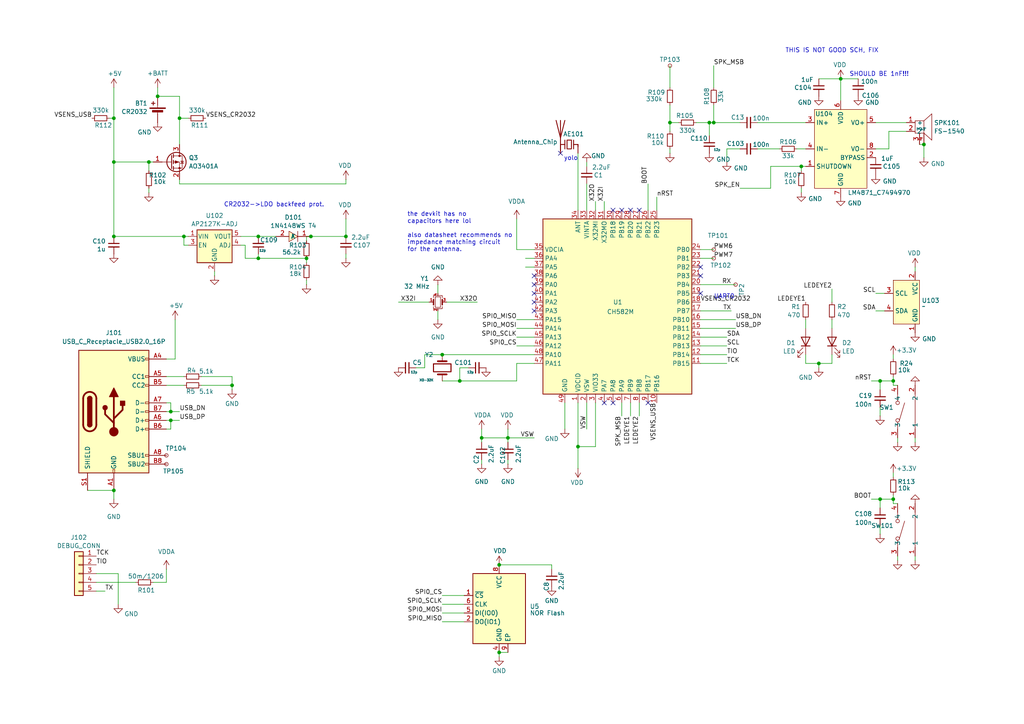
<source format=kicad_sch>
(kicad_sch (version 20250114) (generator "eeschema") (generator_version "9.0")
  (paper "A4")
  (text "CR2032->LDO backfeed prot." (at 79.502 59.436 0) (effects (font (size 1.27 1.27))))
  (text "yolo" (at 165.608 45.974 0) (effects (font (size 1.27 1.27))))
  (text "THIS IS NOT GOOD SCH, FIX" (at 241.3 14.732 0) (effects (font (size 1.27 1.27))))
  (text "UART0" (at 210.058 86.106 0) (effects (font (size 1.27 1.27))))
  (text "SHOULD BE 1nF!!!" (at 255.016 21.59 0) (effects (font (size 1.27 1.27))))
  (text "the devkit has no\ncapacitors here lol\n\nalso datasheet recommends no \nimpedance matching circuit\nfor the antenna." (at 118.11 67.31 0) (effects (font (size 1.27 1.27)) (justify left)))
  (junction (at 167.64 129.54))
  (junction (at 259.08 110.49))
  (junction (at 67.31 111.76))
  (junction (at 147.32 127))
  (junction (at 52.07 34.29))
  (junction (at 128.27 102.87))
  (junction (at 74.93 74.93))
  (junction (at 49.53 121.92))
  (junction (at 237.49 105.41))
  (junction (at 259.08 144.78))
  (junction (at 100.33 68.58))
  (junction (at 33.02 68.58))
  (junction (at 144.78 189.23))
  (junction (at 255.27 144.78))
  (junction (at 43.18 46.99))
  (junction (at 139.7 127))
  (junction (at 45.72 27.94))
  (junction (at 33.02 142.24))
  (junction (at 267.97 41.91))
  (junction (at 88.9 74.93))
  (junction (at 49.53 119.38))
  (junction (at 232.41 48.26))
  (junction (at 33.02 34.29))
  (junction (at 255.27 110.49))
  (junction (at 144.78 163.83))
  (junction (at 205.74 35.56))
  (junction (at 133.35 110.49))
  (junction (at 33.02 46.99))
  (junction (at 90.17 68.58))
  (junction (at 74.93 68.58))
  (junction (at 194.31 35.56))
  (junction (at 243.84 22.86))
  (junction (at 207.01 35.56))
  (junction (at 53.34 68.58))
  (no_connect (at 175.26 116.84))
  (no_connect (at 177.8 60.96))
  (no_connect (at 162.56 44.45))
  (no_connect (at 203.2 85.09))
  (no_connect (at 203.2 77.47))
  (no_connect (at 182.88 60.96))
  (no_connect (at 177.8 116.84))
  (no_connect (at 180.34 60.96))
  (no_connect (at 154.94 87.63))
  (no_connect (at 154.94 80.01))
  (no_connect (at 154.94 90.17))
  (no_connect (at 154.94 82.55))
  (no_connect (at 203.2 80.01))
  (no_connect (at 187.96 116.84))
  (no_connect (at 154.94 85.09))
  (no_connect (at 185.42 60.96))
  (wire (pts (xy 127 82.55) (xy 127 85.09)))
  (wire (pts (xy 45.72 25.4) (xy 45.72 27.94)))
  (wire (pts (xy 147.32 127) (xy 139.7 127)))
  (wire (pts (xy 149.86 97.79) (xy 154.94 97.79)))
  (wire (pts (xy 267.97 41.91) (xy 266.7 41.91)))
  (wire (pts (xy 58.42 111.76) (xy 67.31 111.76)))
  (wire (pts (xy 170.18 53.34) (xy 170.18 60.96)))
  (wire (pts (xy 213.36 82.55) (xy 203.2 82.55)))
  (wire (pts (xy 48.26 121.92) (xy 49.53 121.92)))
  (wire (pts (xy 48.26 116.84) (xy 49.53 116.84)))
  (wire (pts (xy 243.84 22.86) (xy 248.92 22.86)))
  (wire (pts (xy 255.27 110.49) (xy 252.73 110.49)))
  (wire (pts (xy 257.81 38.1) (xy 257.81 43.18)))
  (wire (pts (xy 53.34 68.58) (xy 53.34 71.12)))
  (wire (pts (xy 74.93 73.66) (xy 74.93 74.93)))
  (wire (pts (xy 203.2 95.25) (xy 213.36 95.25)))
  (wire (pts (xy 259.08 102.87) (xy 259.08 104.14)))
  (wire (pts (xy 180.34 120.65) (xy 180.34 116.84)))
  (wire (pts (xy 260.35 146.05) (xy 259.08 146.05)))
  (wire (pts (xy 223.52 48.26) (xy 223.52 54.61)))
  (wire (pts (xy 219.71 35.56) (xy 233.68 35.56)))
  (wire (pts (xy 123.19 102.87) (xy 128.27 102.87)))
  (wire (pts (xy 48.26 111.76) (xy 53.34 111.76)))
  (wire (pts (xy 257.81 43.18) (xy 254 43.18)))
  (wire (pts (xy 33.02 142.24) (xy 33.02 144.78)))
  (wire (pts (xy 232.41 48.26) (xy 223.52 48.26)))
  (wire (pts (xy 49.53 121.92) (xy 49.53 124.46)))
  (wire (pts (xy 205.74 35.56) (xy 205.74 39.37)))
  (wire (pts (xy 71.12 71.12) (xy 69.85 71.12)))
  (wire (pts (xy 49.53 121.92) (xy 52.07 121.92)))
  (wire (pts (xy 207.01 19.05) (xy 207.01 25.4)))
  (wire (pts (xy 71.12 74.93) (xy 71.12 71.12)))
  (wire (pts (xy 210.82 100.33) (xy 203.2 100.33)))
  (wire (pts (xy 31.75 34.29) (xy 33.02 34.29)))
  (wire (pts (xy 100.33 68.58) (xy 100.33 63.5)))
  (wire (pts (xy 207.01 72.39) (xy 203.2 72.39)))
  (wire (pts (xy 233.68 105.41) (xy 233.68 102.87)))
  (wire (pts (xy 205.74 35.56) (xy 207.01 35.56)))
  (wire (pts (xy 254 35.56) (xy 262.89 35.56)))
  (wire (pts (xy 231.14 43.18) (xy 233.68 43.18)))
  (wire (pts (xy 175.26 58.42) (xy 175.26 60.96)))
  (wire (pts (xy 123.19 106.68) (xy 123.19 102.87)))
  (wire (pts (xy 49.53 119.38) (xy 52.07 119.38)))
  (wire (pts (xy 43.18 49.53) (xy 43.18 46.99)))
  (wire (pts (xy 50.8 92.71) (xy 50.8 104.14)))
  (wire (pts (xy 254 90.17) (xy 256.54 90.17)))
  (wire (pts (xy 128.27 180.34) (xy 134.62 180.34)))
  (wire (pts (xy 237.49 105.41) (xy 233.68 105.41)))
  (wire (pts (xy 219.71 43.18) (xy 226.06 43.18)))
  (wire (pts (xy 259.08 109.22) (xy 259.08 110.49)))
  (wire (pts (xy 128.27 177.8) (xy 134.62 177.8)))
  (wire (pts (xy 49.53 116.84) (xy 49.53 119.38)))
  (wire (pts (xy 147.32 127) (xy 147.32 128.27)))
  (wire (pts (xy 212.09 90.17) (xy 203.2 90.17)))
  (wire (pts (xy 147.32 124.46) (xy 147.32 127)))
  (wire (pts (xy 170.18 116.84) (xy 170.18 124.46)))
  (wire (pts (xy 241.3 83.82) (xy 241.3 87.63)))
  (wire (pts (xy 149.86 95.25) (xy 154.94 95.25)))
  (wire (pts (xy 232.41 55.88) (xy 232.41 54.61)))
  (wire (pts (xy 100.33 53.34) (xy 100.33 52.07)))
  (wire (pts (xy 69.85 68.58) (xy 74.93 68.58)))
  (wire (pts (xy 210.82 43.18) (xy 214.63 43.18)))
  (wire (pts (xy 259.08 143.51) (xy 259.08 144.78)))
  (wire (pts (xy 233.68 95.25) (xy 233.68 92.71)))
  (wire (pts (xy 45.72 27.94) (xy 52.07 27.94)))
  (wire (pts (xy 30.48 171.45) (xy 27.94 171.45)))
  (wire (pts (xy 260.35 127) (xy 260.35 128.27)))
  (wire (pts (xy 39.37 168.91) (xy 27.94 168.91)))
  (wire (pts (xy 128.27 102.87) (xy 154.94 102.87)))
  (wire (pts (xy 207.01 35.56) (xy 214.63 35.56)))
  (wire (pts (xy 67.31 111.76) (xy 67.31 113.03)))
  (wire (pts (xy 260.35 161.29) (xy 260.35 162.56)))
  (wire (pts (xy 115.57 87.63) (xy 124.46 87.63)))
  (wire (pts (xy 265.43 127) (xy 265.43 128.27)))
  (wire (pts (xy 129.54 87.63) (xy 138.43 87.63)))
  (wire (pts (xy 34.29 166.37) (xy 27.94 166.37)))
  (wire (pts (xy 259.08 137.16) (xy 259.08 138.43)))
  (wire (pts (xy 167.64 129.54) (xy 167.64 135.89)))
  (wire (pts (xy 33.02 46.99) (xy 43.18 46.99)))
  (wire (pts (xy 50.8 104.14) (xy 48.26 104.14)))
  (wire (pts (xy 139.7 124.46) (xy 139.7 127)))
  (wire (pts (xy 88.9 74.93) (xy 74.93 74.93)))
  (wire (pts (xy 194.31 43.18) (xy 194.31 44.45)))
  (wire (pts (xy 203.2 105.41) (xy 210.82 105.41)))
  (wire (pts (xy 133.35 110.49) (xy 149.86 110.49)))
  (wire (pts (xy 160.02 163.83) (xy 160.02 165.1)))
  (wire (pts (xy 167.64 116.84) (xy 167.64 129.54)))
  (wire (pts (xy 88.9 74.93) (xy 88.9 76.2)))
  (wire (pts (xy 48.26 165.1) (xy 48.26 168.91)))
  (wire (pts (xy 147.32 133.35) (xy 147.32 134.62)))
  (wire (pts (xy 149.86 100.33) (xy 154.94 100.33)))
  (wire (pts (xy 243.84 22.86) (xy 243.84 29.21)))
  (wire (pts (xy 241.3 105.41) (xy 237.49 105.41)))
  (wire (pts (xy 214.63 54.61) (xy 223.52 54.61)))
  (wire (pts (xy 255.27 144.78) (xy 255.27 147.32)))
  (wire (pts (xy 232.41 48.26) (xy 233.68 48.26)))
  (wire (pts (xy 74.93 74.93) (xy 71.12 74.93)))
  (wire (pts (xy 43.18 54.61) (xy 43.18 55.88)))
  (wire (pts (xy 259.08 146.05) (xy 259.08 144.78)))
  (wire (pts (xy 255.27 152.4) (xy 255.27 154.94)))
  (wire (pts (xy 182.88 120.65) (xy 182.88 116.84)))
  (wire (pts (xy 163.83 116.84) (xy 163.83 124.46)))
  (wire (pts (xy 172.72 58.42) (xy 172.72 60.96)))
  (wire (pts (xy 133.35 106.68) (xy 133.35 110.49)))
  (wire (pts (xy 123.19 106.68) (xy 120.65 106.68)))
  (wire (pts (xy 203.2 102.87) (xy 210.82 102.87)))
  (wire (pts (xy 167.64 129.54) (xy 172.72 129.54)))
  (wire (pts (xy 149.86 105.41) (xy 154.94 105.41)))
  (wire (pts (xy 54.61 71.12) (xy 53.34 71.12)))
  (wire (pts (xy 259.08 111.76) (xy 259.08 110.49)))
  (wire (pts (xy 152.4 74.93) (xy 154.94 74.93)))
  (wire (pts (xy 52.07 34.29) (xy 52.07 41.91)))
  (wire (pts (xy 58.42 109.22) (xy 67.31 109.22)))
  (wire (pts (xy 190.5 57.15) (xy 190.5 60.96)))
  (wire (pts (xy 210.82 46.99) (xy 210.82 43.18)))
  (wire (pts (xy 33.02 25.4) (xy 33.02 34.29)))
  (wire (pts (xy 201.93 35.56) (xy 205.74 35.56)))
  (wire (pts (xy 154.94 127) (xy 147.32 127)))
  (wire (pts (xy 144.78 189.23) (xy 147.32 189.23)))
  (wire (pts (xy 207.01 30.48) (xy 207.01 35.56)))
  (wire (pts (xy 128.27 172.72) (xy 134.62 172.72)))
  (wire (pts (xy 128.27 175.26) (xy 134.62 175.26)))
  (wire (pts (xy 133.35 106.68) (xy 135.89 106.68)))
  (wire (pts (xy 128.27 110.49) (xy 133.35 110.49)))
  (wire (pts (xy 48.26 119.38) (xy 49.53 119.38)))
  (wire (pts (xy 172.72 116.84) (xy 172.72 129.54)))
  (wire (pts (xy 187.96 53.34) (xy 187.96 60.96)))
  (wire (pts (xy 265.43 161.29) (xy 265.43 162.56)))
  (wire (pts (xy 241.3 102.87) (xy 241.3 105.41)))
  (wire (pts (xy 232.41 49.53) (xy 232.41 48.26)))
  (wire (pts (xy 149.86 110.49) (xy 149.86 105.41)))
  (wire (pts (xy 33.02 34.29) (xy 33.02 46.99)))
  (wire (pts (xy 194.31 30.48) (xy 194.31 35.56)))
  (wire (pts (xy 149.86 72.39) (xy 154.94 72.39)))
  (wire (pts (xy 255.27 110.49) (xy 255.27 113.03)))
  (wire (pts (xy 237.49 105.41) (xy 237.49 106.68)))
  (wire (pts (xy 167.64 44.45) (xy 167.64 60.96)))
  (wire (pts (xy 52.07 27.94) (xy 52.07 34.29)))
  (wire (pts (xy 144.78 189.23) (xy 144.78 190.5)))
  (wire (pts (xy 67.31 109.22) (xy 67.31 111.76)))
  (wire (pts (xy 62.23 78.74) (xy 62.23 80.01)))
  (wire (pts (xy 74.93 68.58) (xy 80.01 68.58)))
  (wire (pts (xy 90.17 68.58) (xy 100.33 68.58)))
  (wire (pts (xy 210.82 97.79) (xy 203.2 97.79)))
  (wire (pts (xy 254 85.09) (xy 256.54 85.09)))
  (wire (pts (xy 194.31 35.56) (xy 196.85 35.56)))
  (wire (pts (xy 194.31 19.05) (xy 194.31 25.4)))
  (wire (pts (xy 267.97 45.72) (xy 267.97 41.91)))
  (wire (pts (xy 33.02 46.99) (xy 33.02 68.58)))
  (wire (pts (xy 262.89 38.1) (xy 257.81 38.1)))
  (wire (pts (xy 88.9 68.58) (xy 90.17 68.58)))
  (wire (pts (xy 260.35 111.76) (xy 259.08 111.76)))
  (wire (pts (xy 48.26 168.91) (xy 44.45 168.91)))
  (wire (pts (xy 139.7 127) (xy 139.7 128.27)))
  (wire (pts (xy 100.33 73.66) (xy 100.33 74.93)))
  (wire (pts (xy 185.42 120.65) (xy 185.42 116.84)))
  (wire (pts (xy 255.27 118.11) (xy 255.27 120.65)))
  (wire (pts (xy 194.31 35.56) (xy 194.31 38.1)))
  (wire (pts (xy 170.18 46.99) (xy 170.18 48.26)))
  (wire (pts (xy 149.86 92.71) (xy 154.94 92.71)))
  (wire (pts (xy 203.2 92.71) (xy 213.36 92.71)))
  (wire (pts (xy 43.18 46.99) (xy 44.45 46.99)))
  (wire (pts (xy 48.26 124.46) (xy 49.53 124.46)))
  (wire (pts (xy 52.07 53.34) (xy 100.33 53.34)))
  (wire (pts (xy 88.9 68.58) (xy 88.9 69.85)))
  (wire (pts (xy 207.01 74.93) (xy 203.2 74.93)))
  (wire (pts (xy 241.3 92.71) (xy 241.3 95.25)))
  (wire (pts (xy 255.27 144.78) (xy 252.73 144.78)))
  (wire (pts (xy 48.26 109.22) (xy 53.34 109.22)))
  (wire (pts (xy 127 90.17) (xy 127 92.71)))
  (wire (pts (xy 259.08 110.49) (xy 255.27 110.49)))
  (wire (pts (xy 149.86 63.5) (xy 149.86 72.39)))
  (wire (pts (xy 88.9 81.28) (xy 88.9 82.55)))
  (wire (pts (xy 25.4 142.24) (xy 33.02 142.24)))
  (wire (pts (xy 139.7 133.35) (xy 139.7 134.62)))
  (wire (pts (xy 265.43 77.47) (xy 265.43 78.74)))
  (wire (pts (xy 160.02 163.83) (xy 144.78 163.83)))
  (wire (pts (xy 52.07 52.07) (xy 52.07 53.34)))
  (wire (pts (xy 34.29 175.26) (xy 34.29 166.37)))
  (wire (pts (xy 243.84 22.86) (xy 237.49 22.86)))
  (wire (pts (xy 53.34 68.58) (xy 54.61 68.58)))
  (wire (pts (xy 259.08 144.78) (xy 255.27 144.78)))
  (wire (pts (xy 54.61 34.29) (xy 52.07 34.29)))
  (wire (pts (xy 152.4 77.47) (xy 154.94 77.47)))
  (wire (pts (xy 33.02 68.58) (xy 53.34 68.58)))
  (label "LEDEYE2" (at 185.42 120.65 270))
  (label "X32O" (at 172.72 58.42 90))
  (label "SPK_MSB" (at 180.34 120.65 270))
  (label "USB_DN" (at 213.36 92.71 0))
  (label "BOOT" (at 187.96 53.34 90))
  (label "VSW" (at 170.18 124.46 90))
  (label "VSW" (at 154.94 127 180))
  (label "PWM6" (at 207.01 72.39 0))
  (label "VSENS_CR2032" (at 59.69 34.29 0))
  (label "nRST" (at 190.5 57.15 0))
  (label "X32O" (at 133.35 87.63 0))
  (label "TX" (at 30.48 171.45 0))
  (label "LEDEYE1" (at 182.88 120.65 270))
  (label "X32I" (at 175.26 58.42 90))
  (label "VSENS_USB" (at 26.67 34.29 180))
  (label "SPK_MSB" (at 207.01 19.05 0))
  (label "LEDEYE2" (at 241.3 83.82 180))
  (label "SCL" (at 254 85.09 180))
  (label "RX" (at 212.09 82.55 180))
  (label "TX" (at 212.09 90.17 180))
  (label "VSENS_USB" (at 190.5 116.84 270))
  (label "SPI0_MOSI" (at 128.27 177.8 180))
  (label "USB_DP" (at 52.07 121.92 0))
  (label "SDA" (at 210.82 97.79 0))
  (label "SPI0_MISO" (at 128.27 180.34 180))
  (label "SPI0_SCLK" (at 128.27 175.26 180))
  (label "VSENS_CR2032" (at 203.2 87.63 0))
  (label "SPI0_CS" (at 128.27 172.72 180))
  (label "TCK" (at 27.94 161.29 0))
  (label "PWM7" (at 207.01 74.93 0))
  (label "SPI0_MISO" (at 149.86 92.71 180))
  (label "USB_DN" (at 52.07 119.38 0))
  (label "SPI0_CS" (at 149.86 100.33 180))
  (label "SDA" (at 254 90.17 180))
  (label "TCK" (at 210.82 105.41 0))
  (label "SCL" (at 210.82 100.33 0))
  (label "SPK_EN" (at 214.63 54.61 180))
  (label "LEDEYE1" (at 233.68 87.63 180))
  (label "SPI0_MOSI" (at 149.86 95.25 180))
  (label "TIO" (at 210.82 102.87 0))
  (label "nRST" (at 252.73 110.49 180))
  (label "USB_DP" (at 213.36 95.25 0))
  (label "TIO" (at 27.94 163.83 0))
  (label "SPI0_SCLK" (at 149.86 97.79 180))
  (label "X32I" (at 120.65 87.63 180))
  (label "BOOT" (at 252.73 144.78 180))
  (symbol (lib_id "Regulator_Linear:AP2127K-ADJ") (at 62.23 71.12 0) (unit 1)
    (property "Reference" "U102" (at 62.23 62.5305 0))
    (property "Value" "AP2127K-ADJ" (at 62.23 64.9548 0))
    (property "Footprint" "Package_TO_SOT_SMD:SOT-23-5" (effects (hide yes)))
    (property "Datasheet" "https://www.diodes.com/assets/Datasheets/AP2127.pdf" (effects (hide yes)))
    (property "Description" "300mA low dropout adjustable linear regulator, shutdown pin, 2.5V-6V input voltage, SOT-23-5 package" (effects (hide yes)))
    (property "LCSC" "C96343" (effects (hide yes)))
  )
  (symbol (lib_id "Connector:TestPoint_Small") (at 194.31 19.05 90) (unit 1) (in_bom no)
    (property "Reference" "TP103" (at 197.358 17.272 90) (effects (justify left)))
    (property "Value" "RX" (effects (hide yes)))
    (property "Footprint" "BadgeMagic:TestPoint_Pad_D0.6mm" (effects (hide yes)))
    (property "Description" "test point" (effects (hide yes)))
  )
  (symbol (lib_id "Device:C_Small") (at 100.33 71.12 0) (unit 1)
    (property "Reference" "C107" (at 102.362 71.12 0) (effects (justify left)))
    (property "Value" "2.2uF" (at 101.854 68.834 0) (effects (justify left)))
    (property "Footprint" "Capacitor_SMD:C_0402_1005Metric" (effects (hide yes)))
    (property "Description" "10v 2.2uF" (effects (hide yes)))
  )
  (symbol (lib_id "power:VDDA") (at 149.86 63.5 0) (unit 1)
    (property "Reference" "#PWR08" (effects (hide yes)))
    (property "Value" "VDDA" (at 149.86 58.42 0))
    (property "Description" "Power symbol creates a global label with name \"VDDA\"" (effects (hide yes)))
  )
  (symbol (lib_id "power:GND") (at 267.97 45.72 0) (unit 1)
    (property "Reference" "#PWR0115" (effects (hide yes)))
    (property "Value" "GND" (at 272.034 47.498 0))
    (property "Description" "Power symbol creates a global label with name \"GND\" , ground" (effects (hide yes)))
  )
  (symbol (lib_id "BadgeMagic:CH582M") (at 179.07 88.9 0) (unit 1)
    (property "Reference" "U1" (at 177.8 87.63 0) (effects (justify left)))
    (property "Value" "CH582M" (at 176.022 90.424 0) (effects (justify left)))
    (property "Footprint" "BadgeMagic:CH582-QFN-48-1EP_5x5mm_P0.35mm_EP3.7x3.7mm" (effects (hide yes)))
    (property "Datasheet" "https://github.com/openwch/ch583/tree/main/Datasheet" (effects (hide yes)))
  )
  (symbol (lib_id "easyeda2kicad:TS24CA") (at 262.89 119.38 270) (mirror x) (unit 1)
    (property "Reference" "SW1" (at 259.205 118.1678 90) (effects (justify right)))
    (property "Value" "TS24CA" (effects (hide yes)))
    (property "Footprint" "easyeda2kicad:SW-SMD_TS24CA" (effects (hide yes)))
    (property "Datasheet" "https://lcsc.com/product-detail/Tactile-Switches_SHOU-HAN-TS24CA_C393942.html" (effects (hide yes)))
    (property "LCSC" "C393942" (effects (hide yes)))
  )
  (symbol (lib_id "power:+3.3V") (at 259.08 102.87 0) (unit 1)
    (property "Reference" "#PWR061" (effects (hide yes)))
    (property "Value" "+3.3V" (at 262.89 101.6 0))
  )
  (symbol (lib_id "Device:R_Small") (at 29.21 34.29 90) (unit 1)
    (property "Reference" "R112" (at 29.972 36.322 90))
    (property "Value" "330k" (at 29.21 32.004 90))
    (property "Footprint" "Resistor_SMD:R_0402_1005Metric" (effects (hide yes)))
    (property "LCSC" "C25741" (effects (hide yes)))
  )
  (symbol (lib_id "power:GND") (at 265.43 162.56 0) (mirror y) (unit 1)
    (property "Reference" "#PWR0131" (effects (hide yes)))
    (property "Value" "GND" (effects (hide yes)))
  )
  (symbol (lib_id "power:GND") (at 255.27 154.94 0) (mirror y) (unit 1)
    (property "Reference" "#PWR0130" (effects (hide yes)))
    (property "Value" "GND" (effects (hide yes)))
  )
  (symbol (lib_id "power:GND") (at 62.23 80.01 0) (unit 1)
    (property "Reference" "#PWR01" (effects (hide yes)))
    (property "Value" "GND" (effects (hide yes)))
  )
  (symbol (lib_id "power:GND") (at 127 82.55 180) (unit 1)
    (property "Reference" "#PWR027" (effects (hide yes)))
    (property "Value" "GND" (at 127 77.47 0))
    (property "Description" "Power symbol creates a global label with name \"GND\" , ground" (effects (hide yes)))
  )
  (symbol (lib_id "power:GND") (at 255.27 120.65 0) (mirror y) (unit 1)
    (property "Reference" "#PWR068" (effects (hide yes)))
    (property "Value" "GND" (effects (hide yes)))
  )
  (symbol (lib_id "power:GND") (at 45.72 35.56 0) (unit 1)
    (property "Reference" "#PWR0109" (effects (hide yes)))
    (property "Value" "GND" (at 41.91 38.354 0))
    (property "Description" "Power symbol creates a global label with name \"GND\" , ground" (effects (hide yes)))
  )
  (symbol (lib_id "power:GND") (at 248.92 27.94 0) (unit 1)
    (property "Reference" "#PWR0119" (effects (hide yes)))
    (property "Value" "GND" (at 252.984 29.718 0))
    (property "Description" "Power symbol creates a global label with name \"GND\" , ground" (effects (hide yes)))
  )
  (symbol (lib_id "Device:Crystal") (at 128.27 106.68 270) (unit 1)
    (property "Reference" "Y2" (at 124.46 102.87 90))
    (property "Value" "XO-32K" (at 123.698 110.236 90) (effects (font (size 0.65 0.65))))
    (property "Footprint" "Crystal:Crystal_SMD_2012-2Pin_2.0x1.2mm" (effects (hide yes)))
    (property "Description" "Two pin crystal" (effects (hide yes)))
    (property "LCSC" "C7500573" (effects (hide yes)))
  )
  (symbol (lib_id "power:GND") (at 243.84 57.15 0) (unit 1)
    (property "Reference" "#PWR0107" (effects (hide yes)))
    (property "Value" "GND" (at 247.904 58.928 0))
    (property "Description" "Power symbol creates a global label with name \"GND\" , ground" (effects (hide yes)))
  )
  (symbol (lib_id "power:+5V") (at 50.8 92.71 0) (unit 1)
    (property "Reference" "#PWR029" (effects (hide yes)))
    (property "Value" "+5V" (at 51.054 88.646 0))
    (property "Description" "Power symbol creates a global label with name \"+5V\"" (effects (hide yes)))
  )
  (symbol (lib_id "Device:C_Small") (at 255.27 115.57 0) (mirror y) (unit 1)
    (property "Reference" "C19" (at 252.9459 114.7416 0) (effects (justify left)))
    (property "Value" "100n" (at 252.9459 117.2785 0) (effects (justify left)))
    (property "Footprint" "Capacitor_SMD:C_0402_1005Metric" (effects (hide yes)))
    (property "LCSC" "C1525" (effects (hide yes)))
  )
  (symbol (lib_id "Connector:USB_C_Receptacle_USB2.0_16P") (at 33.02 119.38 0) (unit 1)
    (property "Reference" "J101" (at 33.02 96.52 0))
    (property "Value" "USB_C_Receptacle_USB2.0_16P" (at 33.02 99.06 0))
    (property "Footprint" "BadgeMagic:USB_C_Receptacle_GCT_USB4110" (effects (hide yes)))
    (property "Datasheet" "https://www.usb.org/sites/default/files/documents/usb_type-c.zip" (effects (hide yes)))
    (property "Description" "USB 2.0-only 16P Type-C Receptacle connector" (effects (hide yes)))
  )
  (symbol (lib_id "Device:C_Small") (at 147.32 130.81 0) (mirror y) (unit 1)
    (property "Reference" "C102" (at 145.796 134.62 90) (effects (justify left)))
    (property "Value" "2.2uF" (at 150.368 134.366 90) (effects (justify left)))
    (property "Footprint" "Capacitor_SMD:C_0402_1005Metric" (effects (hide yes)))
    (property "Description" "10v 2.2uF" (effects (hide yes)))
  )
  (symbol (lib_id "Device:Antenna_Chip") (at 165.1 41.91 0) (mirror y) (unit 1)
    (property "Reference" "AE101" (at 163.322 38.862 0) (effects (justify right)))
    (property "Value" "Antenna_Chip" (at 148.844 41.148 0) (effects (justify right)))
    (property "Footprint" "RF_Antenna:Johanson_2450AT18x100" (effects (hide yes)))
    (property "Description" "Ceramic chip antenna with pin for PCB trace" (effects (hide yes)))
    (property "LCSC" "C127629" (effects (hide yes)))
  )
  (symbol (lib_id "Device:C_Small") (at 139.7 130.81 0) (mirror y) (unit 1)
    (property "Reference" "C2" (at 138.176 134.62 90) (effects (justify left)))
    (property "Value" "2.2uF" (at 142.494 134.366 90) (effects (justify left)))
    (property "Footprint" "Capacitor_SMD:C_0402_1005Metric" (effects (hide yes)))
    (property "Description" "10v 2.2uF" (effects (hide yes)))
  )
  (symbol (lib_id "Connector:TestPoint_Small") (at 213.36 82.55 90) (unit 1) (in_bom no)
    (property "Reference" "TP2" (at 215.138 85.852 0) (effects (justify left)))
    (property "Value" "RX" (effects (hide yes)))
    (property "Footprint" "BadgeMagic:TestPoint_Pad_D0.6mm" (effects (hide yes)))
    (property "Description" "test point" (effects (hide yes)))
  )
  (symbol (lib_id "Connector:TestPoint_Small") (at 207.01 74.93 90) (unit 1) (in_bom no)
    (property "Reference" "TP102" (at 212.09 76.962 90) (effects (justify left)))
    (property "Value" "RX" (effects (hide yes)))
    (property "Footprint" "BadgeMagic:TestPoint_Pad_D0.6mm" (effects (hide yes)))
    (property "Description" "test point" (effects (hide yes)))
  )
  (symbol (lib_id "easyeda2kicad:TS24CA") (at 262.89 153.67 270) (mirror x) (unit 1)
    (property "Reference" "SW101" (at 259.205 152.4578 90) (effects (justify right)))
    (property "Value" "TS24CA" (effects (hide yes)))
    (property "Footprint" "easyeda2kicad:SW-SMD_TS24CA" (effects (hide yes)))
    (property "Datasheet" "https://lcsc.com/product-detail/Tactile-Switches_SHOU-HAN-TS24CA_C393942.html" (effects (hide yes)))
    (property "LCSC" "C393942" (effects (hide yes)))
  )
  (symbol (lib_id "Device:C_Small") (at 205.74 41.91 0) (unit 1)
    (property "Reference" "C110" (at 200.152 40.132 0) (effects (justify left)))
    (property "Value" "12p" (at 207.01 43.434 0) (effects (font (size 0.65 0.65)) (justify left)))
    (property "Footprint" "Capacitor_SMD:C_0402_1005Metric" (effects (hide yes)))
    (property "LCSC" "C1547" (effects (hide yes)))
  )
  (symbol (lib_id "power:VDD") (at 265.43 77.47 0) (mirror y) (unit 1)
    (property "Reference" "#PWR0123" (effects (hide yes)))
    (property "Value" "VDD" (at 265.176 73.406 0))
    (property "Description" "Power symbol creates a global label with name \"VDD\"" (effects (hide yes)))
  )
  (symbol (lib_id "power:GND") (at 265.43 128.27 0) (mirror y) (unit 1)
    (property "Reference" "#PWR0126" (effects (hide yes)))
    (property "Value" "GND" (effects (hide yes)))
  )
  (symbol (lib_id "Device:C_Small") (at 170.18 50.8 0) (unit 1)
    (property "Reference" "C1" (at 172.212 50.8 0) (effects (justify left)))
    (property "Value" "2.2uF" (at 171.704 48.514 0) (effects (justify left)))
    (property "Footprint" "Capacitor_SMD:C_0402_1005Metric" (effects (hide yes)))
    (property "Description" "10v 2.2uF" (effects (hide yes)))
  )
  (symbol (lib_id "power:GND") (at 34.29 175.26 0) (mirror y) (unit 1)
    (property "Reference" "#PWR0105" (effects (hide yes)))
    (property "Value" "GND" (at 38.1 178.054 0))
    (property "Description" "Power symbol creates a global label with name \"GND\" , ground" (effects (hide yes)))
  )
  (symbol (lib_id "easyeda2kicad:1N4148WST4") (at 85.09 68.58 180) (unit 1)
    (property "Reference" "D101" (at 85.09 63.0425 0))
    (property "Value" "1N4148WS T4" (at 85.09 65.4668 0))
    (property "Footprint" "easyeda2kicad:SOD-323_L1.8-W1.3-LS2.5-RD" (effects (hide yes)))
    (property "Datasheet" "https://lcsc.com/product-detail/Switching-Diode_1N4148WS-T4_C2128.html" (effects (hide yes)))
    (property "LCSC Part" "C2128" (effects (hide yes)))
  )
  (symbol (lib_id "Device:R_Small") (at 233.68 90.17 0) (mirror y) (unit 1)
    (property "Reference" "R1" (at 232.1814 88.9579 0) (effects (justify left)))
    (property "Value" "470" (at 232.1814 91.3821 0) (effects (justify left)))
    (property "Footprint" "LED_SMD:LED_0805_2012Metric_Pad1.15x1.40mm_HandSolder" (effects (hide yes)))
  )
  (symbol (lib_id "power:VDDA") (at 139.7 124.46 0) (unit 1)
    (property "Reference" "#PWR09" (effects (hide yes)))
    (property "Value" "VDDA" (at 139.954 120.396 0))
    (property "Description" "Power symbol creates a global label with name \"VDDA\"" (effects (hide yes)))
  )
  (symbol (lib_id "power:GND") (at 67.31 113.03 0) (mirror y) (unit 1)
    (property "Reference" "#PWR019" (effects (hide yes)))
    (property "Value" "GND" (at 67.31 117.094 0))
    (property "Description" "Power symbol creates a global label with name \"GND\" , ground" (effects (hide yes)))
  )
  (symbol (lib_id "power:GND") (at 232.41 55.88 0) (unit 1)
    (property "Reference" "#PWR0117" (effects (hide yes)))
    (property "Value" "GND" (at 236.474 57.658 0))
    (property "Description" "Power symbol creates a global label with name \"GND\" , ground" (effects (hide yes)))
  )
  (symbol (lib_id "power:VDD") (at 144.78 163.83 0) (unit 1)
    (property "Reference" "#PWR0124" (effects (hide yes)))
    (property "Value" "VDD" (at 145.034 159.766 0))
    (property "Description" "Power symbol creates a global label with name \"VDD\"" (effects (hide yes)))
  )
  (symbol (lib_id "power:GND") (at 33.02 144.78 0) (unit 1)
    (property "Reference" "#PWR028" (effects (hide yes)))
    (property "Value" "GND" (at 33.02 149.86 0))
    (property "Description" "Power symbol creates a global label with name \"GND\" , ground" (effects (hide yes)))
  )
  (symbol (lib_id "power:VDD") (at 100.33 52.07 0) (mirror y) (unit 1)
    (property "Reference" "#PWR0112" (effects (hide yes)))
    (property "Value" "VDD" (at 100.076 48.006 0))
    (property "Description" "Power symbol creates a global label with name \"VDD\"" (effects (hide yes)))
  )
  (symbol (lib_id "power:GND") (at 147.32 134.62 0) (mirror y) (unit 1)
    (property "Reference" "#PWR012" (effects (hide yes)))
    (property "Value" "GND" (at 147.32 139.7 0))
    (property "Description" "Power symbol creates a global label with name \"GND\" , ground" (effects (hide yes)))
  )
  (symbol (lib_id "power:GND") (at 140.97 106.68 0) (unit 1)
    (property "Reference" "#PWR031" (effects (hide yes)))
    (property "Value" "GND" (effects (hide yes)))
  )
  (symbol (lib_id "power:GND") (at 260.35 128.27 0) (mirror y) (unit 1)
    (property "Reference" "#PWR0127" (effects (hide yes)))
    (property "Value" "GND" (effects (hide yes)))
  )
  (symbol (lib_id "power:GND") (at 144.78 190.5 0) (mirror y) (unit 1)
    (property "Reference" "#PWR035" (effects (hide yes)))
    (property "Value" "GND" (at 144.78 194.564 0))
    (property "Description" "Power symbol creates a global label with name \"GND\" , ground" (effects (hide yes)))
  )
  (symbol (lib_id "Device:R_Small") (at 241.3 90.17 0) (unit 1)
    (property "Reference" "R2" (at 242.7986 88.9579 0) (effects (justify left)))
    (property "Value" "470" (at 242.7986 91.3821 0) (effects (justify left)))
    (property "Footprint" "LED_SMD:LED_0805_2012Metric_Pad1.15x1.40mm_HandSolder" (effects (hide yes)))
  )
  (symbol (lib_id "power:VDD") (at 167.64 135.89 180) (unit 1)
    (property "Reference" "#PWR07" (effects (hide yes)))
    (property "Value" "VDD" (at 167.386 139.954 0))
    (property "Description" "Power symbol creates a global label with name \"VDD\"" (effects (hide yes)))
  )
  (symbol (lib_id "Device:C_Small") (at 138.43 106.68 90) (mirror x) (unit 1)
    (property "Reference" "C101" (at 136.906 105.156 90) (effects (justify left)))
    (property "Value" "12p" (at 137.414 107.95 90) (effects (font (size 0.65 0.65)) (justify left)))
    (property "Footprint" "Capacitor_SMD:C_0402_1005Metric" (effects (hide yes)))
    (property "LCSC" "C1547" (effects (hide yes)))
  )
  (symbol (lib_id "power:VDD") (at 243.84 22.86 0) (mirror y) (unit 1)
    (property "Reference" "#PWR0120" (effects (hide yes)))
    (property "Value" "VDD" (at 243.586 18.796 0))
    (property "Description" "Power symbol creates a global label with name \"VDD\"" (effects (hide yes)))
  )
  (symbol (lib_id "BadgeMagic:ZD25WD") (at 144.78 176.53 0) (unit 1)
    (property "Reference" "U5" (at 153.67 175.8949 0) (effects (justify left)))
    (property "Value" "NOR Flash" (at 153.67 177.8 0) (effects (justify left)))
    (property "Footprint" "BadgeMagic:USON-8_2x3" (effects (hide yes)))
    (property "LCSC" "C2843335" (effects (hide yes)))
  )
  (symbol (lib_id "Device:C_Small") (at 248.92 25.4 0) (mirror x) (unit 1)
    (property "Reference" "C106" (at 249.936 27.686 0) (effects (justify left)))
    (property "Value" "100n" (at 249.682 23.622 0) (effects (justify left)))
    (property "Footprint" "Capacitor_SMD:C_0402_1005Metric" (effects (hide yes)))
  )
  (symbol (lib_id "power:GND") (at 139.7 134.62 0) (mirror y) (unit 1)
    (property "Reference" "#PWR011" (effects (hide yes)))
    (property "Value" "GND" (at 139.7 139.7 0))
    (property "Description" "Power symbol creates a global label with name \"GND\" , ground" (effects (hide yes)))
  )
  (symbol (lib_id "Device:R_Small") (at 88.9 72.39 180) (unit 1)
    (property "Reference" "R103" (at 86.36 71.12 0))
    (property "Value" "56.2k" (at 84.582 73.152 0))
    (property "Footprint" "Resistor_SMD:R_0402_1005Metric" (effects (hide yes)))
    (property "LCSC" "C25741" (effects (hide yes)))
  )
  (symbol (lib_id "Device:C_Small") (at 255.27 149.86 0) (mirror y) (unit 1)
    (property "Reference" "C108" (at 252.9459 149.0316 0) (effects (justify left)))
    (property "Value" "100n" (at 252.9459 151.5685 0) (effects (justify left)))
    (property "Footprint" "Capacitor_SMD:C_0402_1005Metric" (effects (hide yes)))
    (property "LCSC" "C1525" (effects (hide yes)))
  )
  (symbol (lib_id "power:VDD") (at 147.32 124.46 0) (mirror y) (unit 1)
    (property "Reference" "#PWR010" (effects (hide yes)))
    (property "Value" "VDD" (at 147.066 120.396 0))
    (property "Description" "Power symbol creates a global label with name \"VDD\"" (effects (hide yes)))
  )
  (symbol (lib_id "power:GND") (at 205.74 44.45 0) (unit 1)
    (property "Reference" "#PWR0134" (effects (hide yes)))
    (property "Value" "GND" (at 209.804 46.228 0))
    (property "Description" "Power symbol creates a global label with name \"GND\" , ground" (effects (hide yes)))
  )
  (symbol (lib_id "Device:C_Small") (at 160.02 167.64 0) (mirror y) (unit 1)
    (property "Reference" "C8" (at 158.496 171.45 90) (effects (justify left)))
    (property "Value" "2.2uF" (at 162.814 171.196 90) (effects (justify left)))
    (property "Footprint" "Capacitor_SMD:C_0402_1005Metric" (effects (hide yes)))
    (property "Description" "10v 2.2uF" (effects (hide yes)))
  )
  (symbol (lib_id "power:VDDA") (at 48.26 165.1 0) (mirror y) (unit 1)
    (property "Reference" "#PWR0106" (effects (hide yes)))
    (property "Value" "VDDA" (at 48.26 160.02 0))
    (property "Description" "Power symbol creates a global label with name \"VDDA\"" (effects (hide yes)))
  )
  (symbol (lib_id "power:GND") (at 210.82 46.99 0) (unit 1)
    (property "Reference" "#PWR0118" (effects (hide yes)))
    (property "Value" "GND" (at 214.884 48.768 0))
    (property "Description" "Power symbol creates a global label with name \"GND\" , ground" (effects (hide yes)))
  )
  (symbol (lib_id "Device:C_Small") (at 217.17 35.56 90) (mirror x) (unit 1)
    (property "Reference" "C13" (at 215.9 34.036 90) (effects (justify left)))
    (property "Value" "100n" (at 223.266 34.29 90) (effects (justify left)))
    (property "Footprint" "Capacitor_SMD:C_0402_1005Metric" (effects (hide yes)))
  )
  (symbol (lib_id "Device:R_Small") (at 199.39 35.56 270) (unit 1)
    (property "Reference" "R105" (at 198.628 33.528 90))
    (property "Value" "330k" (at 199.39 37.846 90))
    (property "Footprint" "Resistor_SMD:R_0402_1005Metric" (effects (hide yes)))
    (property "LCSC" "C25741" (effects (hide yes)))
  )
  (symbol (lib_id "Device:R_Small") (at 88.9 78.74 180) (unit 1)
    (property "Reference" "R104" (at 86.36 77.47 0))
    (property "Value" "18k" (at 85.725 79.375 0))
    (property "Footprint" "Resistor_SMD:R_0402_1005Metric" (effects (hide yes)))
    (property "LCSC" "C25741" (effects (hide yes)))
  )
  (symbol (lib_id "Device:C_Small") (at 254 48.26 0) (unit 1)
    (property "Reference" "C105" (at 256.032 48.26 0) (effects (justify left)))
    (property "Value" "1uF" (at 255.524 45.974 0) (effects (justify left)))
    (property "Footprint" "Capacitor_SMD:C_0402_1005Metric" (effects (hide yes)))
    (property "Description" "10v 2.2uF" (effects (hide yes)))
  )
  (symbol (lib_id "power:GND") (at 115.57 106.68 0) (mirror y) (unit 1)
    (property "Reference" "#PWR047" (effects (hide yes)))
    (property "Value" "GND" (effects (hide yes)))
  )
  (symbol (lib_id "power:GND") (at 170.18 46.99 180) (unit 1)
    (property "Reference" "#PWR0101" (effects (hide yes)))
    (property "Value" "GND" (at 173.482 45.212 0))
    (property "Description" "Power symbol creates a global label with name \"GND\" , ground" (effects (hide yes)))
  )
  (symbol (lib_id "Device:Crystal_GND24_Small") (at 127 87.63 0) (unit 1)
    (property "Reference" "Y1" (at 123.19 80.772 0))
    (property "Value" "32 MHz" (at 120.904 83.058 0))
    (property "Footprint" "Crystal:Crystal_SMD_2016-4Pin_2.0x1.6mm" (effects (hide yes)))
    (property "Description" "Four pin crystal, GND on pins 2 and 4, small symbol" (effects (hide yes)))
  )
  (symbol (lib_id "power:+3.3V") (at 259.08 137.16 0) (unit 1)
    (property "Reference" "#PWR0128" (effects (hide yes)))
    (property "Value" "+3.3V" (at 262.89 135.89 0))
  )
  (symbol (lib_id "power:GND") (at 237.49 27.94 0) (mirror y) (unit 1)
    (property "Reference" "#PWR0114" (effects (hide yes)))
    (property "Value" "GND" (at 233.426 29.718 0))
    (property "Description" "Power symbol creates a global label with name \"GND\" , ground" (effects (hide yes)))
  )
  (symbol (lib_id "power:+5V") (at 33.02 25.4 0) (unit 1)
    (property "Reference" "#PWR0108" (effects (hide yes)))
    (property "Value" "+5V" (at 33.274 21.336 0))
    (property "Description" "Power symbol creates a global label with name \"+5V\"" (effects (hide yes)))
  )
  (symbol (lib_id "power:GND") (at 237.49 106.68 0) (unit 1)
    (property "Reference" "#PWR0133" (effects (hide yes)))
    (property "Value" "GND" (at 233.68 109.474 0))
    (property "Description" "Power symbol creates a global label with name \"GND\" , ground" (effects (hide yes)))
  )
  (symbol (lib_id "Device:R_Small") (at 55.88 109.22 90) (unit 1)
    (property "Reference" "R4" (at 56.896 107.442 90) (effects (justify left)))
    (property "Value" "5.1k" (at 61.976 107.696 90) (effects (justify left)))
    (property "Footprint" "Resistor_SMD:R_0402_1005Metric" (effects (hide yes)))
    (property "Description" "Resistor, small symbol" (effects (hide yes)))
  )
  (symbol (lib_id "power:GND") (at 127 92.71 0) (unit 1)
    (property "Reference" "#PWR026" (effects (hide yes)))
    (property "Value" "GND" (at 127 97.79 0))
    (property "Description" "Power symbol creates a global label with name \"GND\" , ground" (effects (hide yes)))
  )
  (symbol (lib_id "Device:R_Small") (at 57.15 34.29 90) (unit 1)
    (property "Reference" "R111" (at 57.912 36.322 90))
    (property "Value" "330k" (at 57.15 32.004 90))
    (property "Footprint" "Resistor_SMD:R_0402_1005Metric" (effects (hide yes)))
    (property "LCSC" "C25741" (effects (hide yes)))
  )
  (symbol (lib_id "power:GND") (at 100.33 74.93 0) (unit 1)
    (property "Reference" "#PWR0102" (effects (hide yes)))
    (property "Value" "GND" (effects (hide yes)))
  )
  (symbol (lib_id "Device:C_Small") (at 237.49 25.4 0) (mirror y) (unit 1)
    (property "Reference" "C104" (at 235.458 25.4 0) (effects (justify left)))
    (property "Value" "1uF" (at 235.966 23.114 0) (effects (justify left)))
    (property "Footprint" "Capacitor_SMD:C_0402_1005Metric" (effects (hide yes)))
    (property "Description" "10v 2.2uF" (effects (hide yes)))
  )
  (symbol (lib_id "Device:R_Small") (at 194.31 27.94 180) (unit 1)
    (property "Reference" "R109" (at 190.373 26.797 0))
    (property "Value" "330k" (at 189.738 28.702 0))
    (property "Footprint" "Resistor_SMD:R_0402_1005Metric" (effects (hide yes)))
    (property "LCSC" "C25741" (effects (hide yes)))
  )
  (symbol (lib_id "power:GND") (at 194.31 44.45 0) (unit 1)
    (property "Reference" "#PWR0121" (effects (hide yes)))
    (property "Value" "GND" (effects (hide yes)))
  )
  (symbol (lib_id "Device:C_Small") (at 118.11 106.68 270) (unit 1)
    (property "Reference" "C5" (at 119.634 105.156 90) (effects (justify left)))
    (property "Value" "12p" (at 119.126 107.95 90) (effects (font (size 0.65 0.65)) (justify left)))
    (property "Footprint" "Capacitor_SMD:C_0402_1005Metric" (effects (hide yes)))
    (property "LCSC" "C1547" (effects (hide yes)))
  )
  (symbol (lib_id "power:GND") (at 265.43 146.05 0) (mirror x) (unit 1)
    (property "Reference" "#PWR0129" (effects (hide yes)))
    (property "Value" "GND" (effects (hide yes)))
  )
  (symbol (lib_id "Device:C_Small") (at 33.02 71.12 0) (mirror y) (unit 1)
    (property "Reference" "C10" (at 30.6832 69.9516 0) (effects (justify left)))
    (property "Value" "1u" (at 30.6832 72.263 0) (effects (justify left)))
    (property "Footprint" "Capacitor_SMD:C_0402_1005Metric" (effects (hide yes)))
    (property "LCSC" "C52923" (effects (hide yes)))
  )
  (symbol (lib_id "Device:R_Small") (at 55.88 111.76 90) (unit 1)
    (property "Reference" "R5" (at 56.642 113.538 90) (effects (justify left)))
    (property "Value" "5.1k" (at 61.976 113.538 90) (effects (justify left)))
    (property "Footprint" "Resistor_SMD:R_0402_1005Metric" (effects (hide yes)))
    (property "Description" "Resistor, small symbol" (effects (hide yes)))
  )
  (symbol (lib_id "Device:R_Small") (at 41.91 168.91 270) (mirror x) (unit 1)
    (property "Reference" "R101" (at 39.878 171.196 90) (effects (justify left)))
    (property "Value" "50m/1206" (at 37.084 167.132 90) (effects (justify left)))
    (property "Footprint" "Resistor_SMD:R_1206_3216Metric" (effects (hide yes)))
    (property "Description" "Resistor, small symbol" (effects (hide yes)))
  )
  (symbol (lib_id "power:GND") (at 88.9 82.55 0) (unit 1)
    (property "Reference" "#PWR0113" (effects (hide yes)))
    (property "Value" "GND" (effects (hide yes)))
  )
  (symbol (lib_id "power:VDD") (at 100.33 63.5 0) (mirror y) (unit 1)
    (property "Reference" "#PWR0110" (effects (hide yes)))
    (property "Value" "VDD" (at 100.076 59.436 0))
    (property "Description" "Power symbol creates a global label with name \"VDD\"" (effects (hide yes)))
  )
  (symbol (lib_id "Device:C_Small") (at 74.93 71.12 0) (mirror x) (unit 1)
    (property "Reference" "C109" (at 75.438 69.596 0) (effects (justify left)))
    (property "Value" "12p" (at 75.184 72.644 0) (effects (font (size 0.65 0.65)) (justify left)))
    (property "Footprint" "Capacitor_SMD:C_0402_1005Metric" (effects (hide yes)))
    (property "LCSC" "C1547" (effects (hide yes)))
  )
  (symbol (lib_id "power:GND") (at 260.35 162.56 0) (mirror y) (unit 1)
    (property "Reference" "#PWR0132" (effects (hide yes)))
    (property "Value" "GND" (effects (hide yes)))
  )
  (symbol (lib_id "easyeda2kicad:LM4871_C7494970") (at 243.84 43.18 0) (unit 1)
    (property "Reference" "U104" (at 239.014 33.02 0))
    (property "Value" "LM4871_C7494970" (at 255.016 55.88 0))
    (property "Footprint" "easyeda2kicad:SOIC-8_L4.9-W3.9-P1.27-LS6.0-BL" (effects (hide yes)))
    (property "LCSC Part" "C7494970" (effects (hide yes)))
  )
  (symbol (lib_id "Device:LED") (at 241.3 99.06 90) (unit 1)
    (property "Reference" "D2" (at 244.221 99.4354 90) (effects (justify right)))
    (property "Value" "LED" (at 244.221 101.8596 90) (effects (justify right)))
    (property "Footprint" "Critbit_lib:eyeled" (effects (hide yes)))
  )
  (symbol (lib_id "Device:Battery_Cell") (at 45.72 33.02 0) (mirror y) (unit 1)
    (property "Reference" "BT1" (at 42.799 29.9664 0) (effects (justify left)))
    (property "Value" "CR2032" (at 42.799 32.3906 0) (effects (justify left)))
    (property "Footprint" "Battery:BatteryHolder_Multicomp_BC-2001_1x2032" (effects (hide yes)))
  )
  (symbol (lib_id "Device:C_Small") (at 217.17 43.18 90) (mirror x) (unit 1)
    (property "Reference" "C103" (at 215.9 41.656 90) (effects (justify left)))
    (property "Value" "100n" (at 223.266 41.91 90) (effects (justify left)))
    (property "Footprint" "Capacitor_SMD:C_0402_1005Metric" (effects (hide yes)))
  )
  (symbol (lib_id "Connector:TestPoint_Small") (at 207.01 72.39 90) (unit 1) (in_bom no)
    (property "Reference" "TP101" (at 211.328 68.326 90) (effects (justify left)))
    (property "Value" "RX" (effects (hide yes)))
    (property "Footprint" "BadgeMagic:TestPoint_Pad_D0.6mm" (effects (hide yes)))
    (property "Description" "test point" (effects (hide yes)))
  )
  (symbol (lib_id "Device:R_Small") (at 259.08 140.97 0) (mirror x) (unit 1)
    (property "Reference" "R113" (at 262.89 139.7 0))
    (property "Value" "10k" (at 262.255 141.605 0))
    (property "Footprint" "Resistor_SMD:R_0402_1005Metric" (effects (hide yes)))
  )
  (symbol (lib_id "Connector:TestPoint_Small") (at 48.26 134.62 90) (unit 1) (in_bom no)
    (property "Reference" "TP105" (at 53.34 136.652 90) (effects (justify left)))
    (property "Value" "RX" (effects (hide yes)))
    (property "Footprint" "BadgeMagic:TestPoint_Pad_D0.6mm" (effects (hide yes)))
    (property "Description" "test point" (effects (hide yes)))
  )
  (symbol (lib_id "Transistor_FET:AO3401A") (at 49.53 46.99 0) (unit 1)
    (property "Reference" "Q3" (at 54.737 45.7778 0) (effects (justify left)))
    (property "Value" "AO3401A" (at 54.737 48.2021 0) (effects (justify left)))
    (property "Footprint" "Package_TO_SOT_SMD:SOT-23" (effects (hide yes)))
    (property "Datasheet" "http://www.aosmd.com/pdfs/datasheet/AO3401A.pdf" (effects (hide yes)))
    (property "Description" "-4.0A Id, -30V Vds, P-Channel MOSFET, SOT-23" (effects (hide yes)))
  )
  (symbol (lib_id "Device:R_Small") (at 232.41 52.07 180) (unit 1)
    (property "Reference" "R107" (at 229.87 50.8 0))
    (property "Value" "10k" (at 229.235 52.705 0))
    (property "Footprint" "Resistor_SMD:R_0402_1005Metric" (effects (hide yes)))
    (property "LCSC" "C25741" (effects (hide yes)))
  )
  (symbol (lib_id "Connector_Generic:Conn_01x05") (at 22.86 166.37 0) (mirror y) (unit 1)
    (property "Reference" "J102" (at 22.86 155.8755 0))
    (property "Value" "DEBUG_CONN" (at 22.86 158.2998 0))
    (property "Footprint" "Connector_PinHeader_2.54mm:PinHeader_1x05_P2.54mm_Vertical" (effects (hide yes)))
    (property "Description" "Generic connector, single row, 01x05, script generated (kicad-library-utils/schlib/autogen/connector/)" (effects (hide yes)))
  )
  (symbol (lib_id "power:GND") (at 33.02 73.66 0) (unit 1)
    (property "Reference" "#PWR082" (effects (hide yes)))
    (property "Value" "GND" (effects (hide yes)))
  )
  (symbol (lib_id "power:GND") (at 265.43 96.52 0) (unit 1)
    (property "Reference" "#PWR0122" (effects (hide yes)))
    (property "Value" "GND" (at 269.494 98.298 0))
    (property "Description" "Power symbol creates a global label with name \"GND\" , ground" (effects (hide yes)))
  )
  (symbol (lib_id "Device:R_Small") (at 259.08 106.68 0) (mirror x) (unit 1)
    (property "Reference" "R24" (at 262.89 105.41 0))
    (property "Value" "10k" (at 262.255 107.315 0))
    (property "Footprint" "Resistor_SMD:R_0402_1005Metric" (effects (hide yes)))
  )
  (symbol (lib_id "Device:R_Small") (at 207.01 27.94 0) (unit 1)
    (property "Reference" "R108" (at 204.978 27.94 90))
    (property "Value" "33k" (at 209.042 27.94 90))
    (property "Footprint" "Resistor_SMD:R_0402_1005Metric" (effects (hide yes)))
    (property "LCSC" "C25741" (effects (hide yes)))
  )
  (symbol (lib_id "Device:R_Small") (at 228.6 43.18 270) (unit 1)
    (property "Reference" "R106" (at 228.6 41.148 90))
    (property "Value" "33k" (at 228.6 45.212 90))
    (property "Footprint" "Resistor_SMD:R_0402_1005Metric" (effects (hide yes)))
    (property "LCSC" "C25741" (effects (hide yes)))
  )
  (symbol (lib_id "Device:R_Small") (at 43.18 52.07 0) (mirror x) (unit 1)
    (property "Reference" "R102" (at 45.72 50.8 0))
    (property "Value" "10k" (at 46.355 52.705 0))
    (property "Footprint" "Resistor_SMD:R_0402_1005Metric" (effects (hide yes)))
    (property "LCSC" "C25741" (effects (hide yes)))
  )
  (symbol (lib_id "power:GND") (at 163.83 124.46 0) (unit 1)
    (property "Reference" "#PWR0103" (effects (hide yes)))
    (property "Value" "GND" (at 160.02 127.254 0))
    (property "Description" "Power symbol creates a global label with name \"GND\" , ground" (effects (hide yes)))
  )
  (symbol (lib_id "power:GND") (at 160.02 170.18 0) (mirror y) (unit 1)
    (property "Reference" "#PWR036" (effects (hide yes)))
    (property "Value" "GND" (at 160.02 174.244 0))
    (property "Description" "Power symbol creates a global label with name \"GND\" , ground" (effects (hide yes)))
  )
  (symbol (lib_id "Connector:TestPoint_Small") (at 48.26 132.08 90) (unit 1) (in_bom no)
    (property "Reference" "TP104" (at 54.102 130.048 90) (effects (justify left)))
    (property "Value" "RX" (effects (hide yes)))
    (property "Footprint" "BadgeMagic:TestPoint_Pad_D0.6mm" (effects (hide yes)))
    (property "Description" "test point" (effects (hide yes)))
  )
  (symbol (lib_id "power:+BATT") (at 45.72 25.4 0) (mirror y) (unit 1)
    (property "Reference" "#PWR0111" (effects (hide yes)))
    (property "Value" "+BATT" (at 45.72 21.2669 0))
  )
  (symbol (lib_id "Device:LED") (at 233.68 99.06 270) (mirror x) (unit 1)
    (property "Reference" "D1" (at 230.759 99.4354 90) (effects (justify right)))
    (property "Value" "LED" (at 230.759 101.8596 90) (effects (justify right)))
    (property "Footprint" "Critbit_lib:eyeled" (effects (hide yes)))
  )
  (symbol (lib_id "easyeda2kicad:FS-1540") (at 266.7 36.83 0) (unit 1)
    (property "Reference" "SPK101" (at 270.895 35.6178 0) (effects (justify left)))
    (property "Value" "FS-1540" (at 270.895 38.0421 0) (effects (justify left)))
    (property "Footprint" "easyeda2kicad:BUZ-SMD_5P-L15.0-W15.0-P13.7-BL" (effects (hide yes)))
    (property "LCSC Part" "C482341" (effects (hide yes)))
  )
  (symbol (lib_id "Critbit_lib:OLED_4Pin") (at 262.89 87.63 0) (unit 1)
    (property "Reference" "U103" (at 267.335 87.1608 0) (effects (justify left)))
    (property "Value" "~" (at 267.335 88.8422 0) (effects (justify left)))
    (property "Footprint" "Connector_PinHeader_2.54mm:PinHeader_1x04_P2.54mm_Vertical" (effects (hide yes)))
  )
  (symbol (lib_id "power:GND") (at 43.18 55.88 0) (unit 1)
    (property "Reference" "#PWR0104" (effects (hide yes)))
    (property "Value" "GND" (effects (hide yes)))
  )
  (symbol (lib_id "power:GND") (at 265.43 111.76 0) (mirror x) (unit 1)
    (property "Reference" "#PWR0125" (effects (hide yes)))
    (property "Value" "GND" (effects (hide yes)))
  )
  (symbol (lib_id "Device:R_Small") (at 194.31 40.64 0) (mirror x) (unit 1)
    (property "Reference" "R110" (at 190.119 39.497 0))
    (property "Value" "10k" (at 190.754 41.402 0))
    (property "Footprint" "Resistor_SMD:R_0402_1005Metric" (effects (hide yes)))
    (property "LCSC" "C25741" (effects (hide yes)))
  )
  (symbol (lib_id "power:GND") (at 254 50.8 0) (unit 1)
    (property "Reference" "#PWR0116" (effects (hide yes)))
    (property "Value" "GND" (at 258.064 52.578 0))
    (property "Description" "Power symbol creates a global label with name \"GND\" , ground" (effects (hide yes)))
  )
)
</source>
